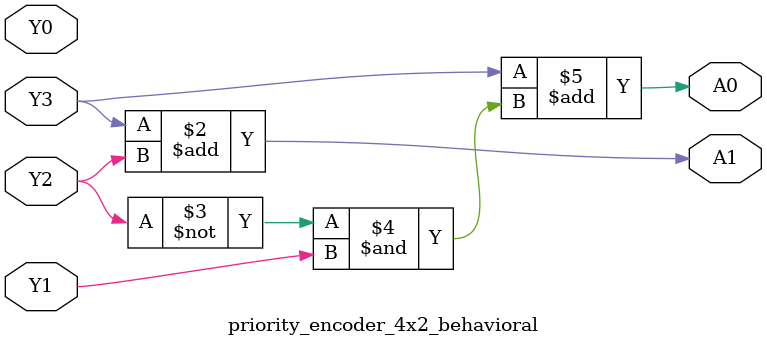
<source format=v>
`timescale 10ns/10ps

module priority_encoder_4x2_behavioral(A0,A1,Y0,Y1,Y2,Y3);

input Y0,Y1,Y2,Y3;
output A0,A1;

reg A0,A1;

always @ (Y0,Y1,Y2,Y3)
begin
 A1 = Y3 + Y2;
 A0 = Y3 + ((~Y2)&Y1);
end
endmodule


</source>
